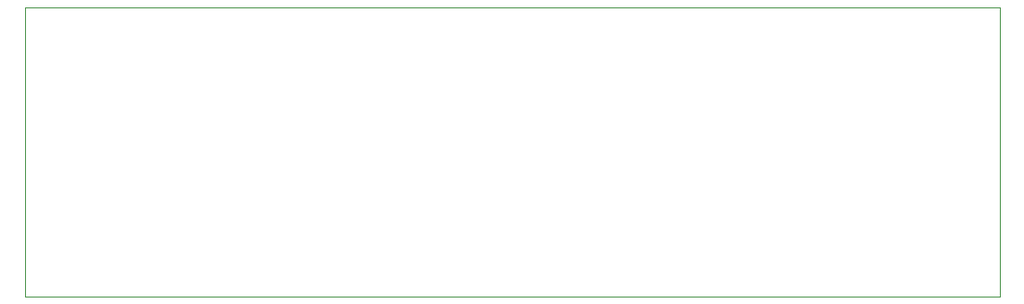
<source format=gbr>
%TF.GenerationSoftware,KiCad,Pcbnew,(5.1.10)-1*%
%TF.CreationDate,2023-11-11T20:16:55+01:00*%
%TF.ProjectId,tmp90x40-qfc2sdip,746d7039-3078-4343-902d-716663327364,rev?*%
%TF.SameCoordinates,Original*%
%TF.FileFunction,Profile,NP*%
%FSLAX46Y46*%
G04 Gerber Fmt 4.6, Leading zero omitted, Abs format (unit mm)*
G04 Created by KiCad (PCBNEW (5.1.10)-1) date 2023-11-11 20:16:55*
%MOMM*%
%LPD*%
G01*
G04 APERTURE LIST*
%TA.AperFunction,Profile*%
%ADD10C,0.050000*%
%TD*%
G04 APERTURE END LIST*
D10*
X182880000Y-114808000D02*
X182880000Y-88392000D01*
X93980000Y-114808000D02*
X182880000Y-114808000D01*
X93980000Y-88392000D02*
X93980000Y-114808000D01*
X93980000Y-88392000D02*
X182880000Y-88392000D01*
M02*

</source>
